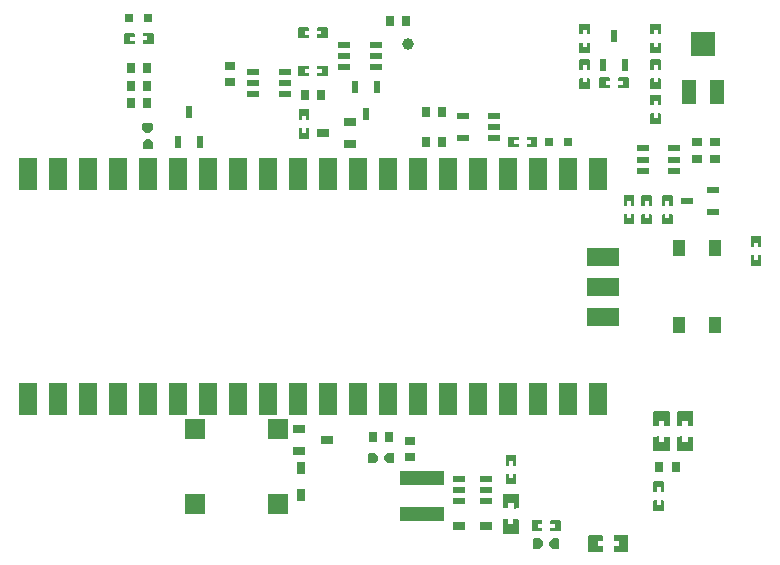
<source format=gtp>
G04 Layer: TopPasteMaskLayer*
G04 EasyEDA v6.5.44, 2024-08-29 13:08:05*
G04 16ae97f49be74552a1a67efb210d0a0d,9a5be75d700b4a6385dc1106f27949ae,10*
G04 Gerber Generator version 0.2*
G04 Scale: 100 percent, Rotated: No, Reflected: No *
G04 Dimensions in millimeters *
G04 leading zeros omitted , absolute positions ,4 integer and 5 decimal *
%FSLAX45Y45*%
%MOMM*%

%AMMACRO1*21,1,$1,$2,0,0,$3*%
%ADD10R,1.6810X1.6800*%
%ADD11R,1.0000X0.7500*%
%ADD12R,0.7500X1.0000*%
%ADD13R,3.7000X1.2000*%
%ADD14R,1.0000X0.8000*%
%ADD15R,1.3000X2.0000*%
%ADD16R,2.0000X2.0000*%
%ADD17R,1.1000X1.4000*%
%ADD18R,1.0000X0.6000*%
%ADD19R,0.6000X1.0700*%
%ADD20R,2.8000X1.6000*%
%ADD21R,1.6000X2.8000*%
%ADD22R,0.5320X1.0375*%
%ADD23MACRO1,0.532X1.0375X90.0000*%
%ADD24R,0.8000X0.8000*%
%ADD25R,0.8000X0.9000*%
%ADD26R,0.9000X0.8000*%
%ADD27R,1.1000X0.6000*%
%ADD28R,1.0720X0.5320*%
%ADD29C,1.0000*%
%ADD30C,0.0138*%

%LPD*%
G36*
X2535072Y-1000455D02*
G01*
X2530043Y-1005484D01*
X2530043Y-1085443D01*
X2535072Y-1090472D01*
X2557830Y-1090472D01*
X2557830Y-1053439D01*
X2590850Y-1053439D01*
X2590850Y-1090472D01*
X2615031Y-1090472D01*
X2620060Y-1085443D01*
X2620060Y-1005484D01*
X2615031Y-1000455D01*
G37*
G36*
X2535072Y-1160475D02*
G01*
X2530043Y-1165453D01*
X2530043Y-1244447D01*
X2535072Y-1249476D01*
X2615031Y-1249476D01*
X2620060Y-1244447D01*
X2620060Y-1165453D01*
X2615031Y-1160475D01*
X2590850Y-1160475D01*
X2590850Y-1198473D01*
X2557830Y-1198473D01*
X2557830Y-1160475D01*
G37*
G36*
X6360058Y-2075383D02*
G01*
X6355029Y-2080412D01*
X6355029Y-2160371D01*
X6360058Y-2165400D01*
X6382816Y-2165400D01*
X6382816Y-2128418D01*
X6415836Y-2128418D01*
X6415836Y-2165400D01*
X6440017Y-2165400D01*
X6445046Y-2160371D01*
X6445046Y-2080412D01*
X6440017Y-2075383D01*
G37*
G36*
X6360058Y-2235403D02*
G01*
X6355029Y-2240381D01*
X6355029Y-2319375D01*
X6360058Y-2324404D01*
X6440017Y-2324404D01*
X6445046Y-2319375D01*
X6445046Y-2240381D01*
X6440017Y-2235403D01*
X6415836Y-2235403D01*
X6415836Y-2273401D01*
X6382816Y-2273401D01*
X6382816Y-2235403D01*
G37*
G36*
X4305452Y-1230071D02*
G01*
X4300423Y-1235100D01*
X4300423Y-1315059D01*
X4305452Y-1320088D01*
X4385411Y-1320088D01*
X4390440Y-1315059D01*
X4390440Y-1292301D01*
X4353458Y-1292301D01*
X4353458Y-1259281D01*
X4390440Y-1259281D01*
X4390440Y-1235100D01*
X4385411Y-1230071D01*
G37*
G36*
X4465421Y-1230071D02*
G01*
X4460443Y-1235100D01*
X4460443Y-1259281D01*
X4498441Y-1259281D01*
X4498441Y-1292301D01*
X4460443Y-1292301D01*
X4460443Y-1315059D01*
X4465421Y-1320088D01*
X4544415Y-1320088D01*
X4549444Y-1315059D01*
X4549444Y-1235100D01*
X4544415Y-1230071D01*
G37*
G36*
X5609996Y-1725371D02*
G01*
X5604967Y-1730400D01*
X5604967Y-1810359D01*
X5609996Y-1815388D01*
X5632754Y-1815388D01*
X5632754Y-1778355D01*
X5665774Y-1778355D01*
X5665774Y-1815388D01*
X5689955Y-1815388D01*
X5694984Y-1810359D01*
X5694984Y-1730400D01*
X5689955Y-1725371D01*
G37*
G36*
X5609996Y-1885391D02*
G01*
X5604967Y-1890369D01*
X5604967Y-1969363D01*
X5609996Y-1974392D01*
X5689955Y-1974392D01*
X5694984Y-1969363D01*
X5694984Y-1890369D01*
X5689955Y-1885391D01*
X5665774Y-1885391D01*
X5665774Y-1923389D01*
X5632754Y-1923389D01*
X5632754Y-1885391D01*
G37*
G36*
X5509920Y-1034491D02*
G01*
X5504891Y-1039520D01*
X5504891Y-1119479D01*
X5509920Y-1124508D01*
X5589879Y-1124508D01*
X5594908Y-1119479D01*
X5594908Y-1039520D01*
X5589879Y-1034491D01*
X5567121Y-1034491D01*
X5567121Y-1071473D01*
X5534101Y-1071473D01*
X5534101Y-1034491D01*
G37*
G36*
X5509920Y-875487D02*
G01*
X5504891Y-880516D01*
X5504891Y-959510D01*
X5509920Y-964488D01*
X5534101Y-964488D01*
X5534101Y-926490D01*
X5567121Y-926490D01*
X5567121Y-964488D01*
X5589879Y-964488D01*
X5594908Y-959510D01*
X5594908Y-880516D01*
X5589879Y-875487D01*
G37*
G36*
X4664608Y-4480001D02*
G01*
X4659579Y-4485030D01*
X4659579Y-4507788D01*
X4696561Y-4507788D01*
X4696561Y-4540808D01*
X4659579Y-4540808D01*
X4659579Y-4564989D01*
X4664608Y-4570018D01*
X4744567Y-4570018D01*
X4749596Y-4564989D01*
X4749596Y-4485030D01*
X4744567Y-4480001D01*
G37*
G36*
X4505604Y-4480001D02*
G01*
X4500575Y-4485030D01*
X4500575Y-4564989D01*
X4505604Y-4570018D01*
X4584598Y-4570018D01*
X4589576Y-4564989D01*
X4589576Y-4540808D01*
X4551578Y-4540808D01*
X4551578Y-4507788D01*
X4589576Y-4507788D01*
X4589576Y-4485030D01*
X4584598Y-4480001D01*
G37*
G36*
X2530500Y-629869D02*
G01*
X2525471Y-634898D01*
X2525471Y-714857D01*
X2530500Y-719886D01*
X2610459Y-719886D01*
X2615488Y-714857D01*
X2615488Y-692099D01*
X2578506Y-692099D01*
X2578506Y-659079D01*
X2615488Y-659079D01*
X2615488Y-634898D01*
X2610459Y-629869D01*
G37*
G36*
X2690469Y-629869D02*
G01*
X2685491Y-634898D01*
X2685491Y-659079D01*
X2723489Y-659079D01*
X2723489Y-692099D01*
X2685491Y-692099D01*
X2685491Y-714857D01*
X2690469Y-719886D01*
X2769463Y-719886D01*
X2774492Y-714857D01*
X2774492Y-634898D01*
X2769463Y-629869D01*
G37*
G36*
X5509920Y-734517D02*
G01*
X5504891Y-739546D01*
X5504891Y-819505D01*
X5509920Y-824534D01*
X5589879Y-824534D01*
X5594908Y-819505D01*
X5594908Y-739546D01*
X5589879Y-734517D01*
X5567121Y-734517D01*
X5567121Y-771499D01*
X5534101Y-771499D01*
X5534101Y-734517D01*
G37*
G36*
X5509920Y-575513D02*
G01*
X5504891Y-580542D01*
X5504891Y-659536D01*
X5509920Y-664514D01*
X5534101Y-664514D01*
X5534101Y-626516D01*
X5567121Y-626516D01*
X5567121Y-664514D01*
X5589879Y-664514D01*
X5594908Y-659536D01*
X5594908Y-580542D01*
X5589879Y-575513D01*
G37*
G36*
X5239410Y-729945D02*
G01*
X5234381Y-734974D01*
X5234381Y-757732D01*
X5271363Y-757732D01*
X5271363Y-790752D01*
X5234381Y-790752D01*
X5234381Y-814933D01*
X5239410Y-819962D01*
X5319369Y-819962D01*
X5324398Y-814933D01*
X5324398Y-734974D01*
X5319369Y-729945D01*
G37*
G36*
X5080406Y-729945D02*
G01*
X5075377Y-734974D01*
X5075377Y-814933D01*
X5080406Y-819962D01*
X5159400Y-819962D01*
X5164378Y-814933D01*
X5164378Y-790752D01*
X5126380Y-790752D01*
X5126380Y-757732D01*
X5164378Y-757732D01*
X5164378Y-734974D01*
X5159400Y-729945D01*
G37*
G36*
X4909972Y-434543D02*
G01*
X4904943Y-439572D01*
X4904943Y-519531D01*
X4909972Y-524560D01*
X4989931Y-524560D01*
X4994960Y-519531D01*
X4994960Y-439572D01*
X4989931Y-434543D01*
X4967173Y-434543D01*
X4967173Y-471576D01*
X4934153Y-471576D01*
X4934153Y-434543D01*
G37*
G36*
X4909972Y-275539D02*
G01*
X4904943Y-280568D01*
X4904943Y-359562D01*
X4909972Y-364540D01*
X4934153Y-364540D01*
X4934153Y-326542D01*
X4967173Y-326542D01*
X4967173Y-364540D01*
X4989931Y-364540D01*
X4994960Y-359562D01*
X4994960Y-280568D01*
X4989931Y-275539D01*
G37*
G36*
X5434990Y-1725371D02*
G01*
X5429961Y-1730400D01*
X5429961Y-1810359D01*
X5434990Y-1815388D01*
X5457748Y-1815388D01*
X5457748Y-1778355D01*
X5490768Y-1778355D01*
X5490768Y-1815388D01*
X5514949Y-1815388D01*
X5519978Y-1810359D01*
X5519978Y-1730400D01*
X5514949Y-1725371D01*
G37*
G36*
X5434990Y-1885391D02*
G01*
X5429961Y-1890369D01*
X5429961Y-1969363D01*
X5434990Y-1974392D01*
X5514949Y-1974392D01*
X5519978Y-1969363D01*
X5519978Y-1890369D01*
X5514949Y-1885391D01*
X5490768Y-1885391D01*
X5490768Y-1923389D01*
X5457748Y-1923389D01*
X5457748Y-1885391D01*
G37*
G36*
X5509920Y-434543D02*
G01*
X5504891Y-439572D01*
X5504891Y-519531D01*
X5509920Y-524560D01*
X5589879Y-524560D01*
X5594908Y-519531D01*
X5594908Y-439572D01*
X5589879Y-434543D01*
X5567121Y-434543D01*
X5567121Y-471576D01*
X5534101Y-471576D01*
X5534101Y-434543D01*
G37*
G36*
X5509920Y-275539D02*
G01*
X5504891Y-280568D01*
X5504891Y-359562D01*
X5509920Y-364540D01*
X5534101Y-364540D01*
X5534101Y-326542D01*
X5567121Y-326542D01*
X5567121Y-364540D01*
X5589879Y-364540D01*
X5594908Y-359562D01*
X5594908Y-280568D01*
X5589879Y-275539D01*
G37*
G36*
X5285130Y-1884375D02*
G01*
X5280101Y-1889404D01*
X5280101Y-1969363D01*
X5285130Y-1974392D01*
X5365089Y-1974392D01*
X5370118Y-1969363D01*
X5370118Y-1889404D01*
X5365089Y-1884375D01*
X5342331Y-1884375D01*
X5342331Y-1921357D01*
X5309311Y-1921357D01*
X5309311Y-1884375D01*
G37*
G36*
X5285130Y-1725371D02*
G01*
X5280101Y-1730400D01*
X5280101Y-1809394D01*
X5285130Y-1814372D01*
X5309311Y-1814372D01*
X5309311Y-1776374D01*
X5342331Y-1776374D01*
X5342331Y-1814372D01*
X5365089Y-1814372D01*
X5370118Y-1809394D01*
X5370118Y-1730400D01*
X5365089Y-1725371D01*
G37*
G36*
X5535066Y-4309567D02*
G01*
X5530037Y-4314596D01*
X5530037Y-4394555D01*
X5535066Y-4399584D01*
X5615025Y-4399584D01*
X5620054Y-4394555D01*
X5620054Y-4314596D01*
X5615025Y-4309567D01*
X5592267Y-4309567D01*
X5592267Y-4346549D01*
X5559247Y-4346549D01*
X5559247Y-4309567D01*
G37*
G36*
X5535066Y-4150563D02*
G01*
X5530037Y-4155592D01*
X5530037Y-4234586D01*
X5535066Y-4239564D01*
X5559247Y-4239564D01*
X5559247Y-4201566D01*
X5592267Y-4201566D01*
X5592267Y-4239564D01*
X5615025Y-4239564D01*
X5620054Y-4234586D01*
X5620054Y-4155592D01*
X5615025Y-4150563D01*
G37*
G36*
X4909972Y-734517D02*
G01*
X4904943Y-739546D01*
X4904943Y-819505D01*
X4909972Y-824534D01*
X4989931Y-824534D01*
X4994960Y-819505D01*
X4994960Y-739546D01*
X4989931Y-734517D01*
X4967173Y-734517D01*
X4967173Y-771499D01*
X4934153Y-771499D01*
X4934153Y-734517D01*
G37*
G36*
X4909972Y-575513D02*
G01*
X4904943Y-580542D01*
X4904943Y-659536D01*
X4909972Y-664514D01*
X4934153Y-664514D01*
X4934153Y-626516D01*
X4967173Y-626516D01*
X4967173Y-664514D01*
X4989931Y-664514D01*
X4994960Y-659536D01*
X4994960Y-580542D01*
X4989931Y-575513D01*
G37*
G36*
X5535930Y-3554425D02*
G01*
X5530951Y-3559403D01*
X5530951Y-3674414D01*
X5535930Y-3679393D01*
X5577941Y-3678936D01*
X5577941Y-3634892D01*
X5622950Y-3634892D01*
X5622950Y-3679901D01*
X5663946Y-3679393D01*
X5668924Y-3674414D01*
X5668924Y-3559403D01*
X5663946Y-3554425D01*
G37*
G36*
X5576925Y-3769918D02*
G01*
X5535930Y-3770426D01*
X5530951Y-3775405D01*
X5530951Y-3890416D01*
X5535930Y-3895394D01*
X5663946Y-3895394D01*
X5668924Y-3890416D01*
X5668924Y-3775405D01*
X5663946Y-3770426D01*
X5621934Y-3770884D01*
X5621934Y-3814927D01*
X5576925Y-3814927D01*
G37*
G36*
X5200599Y-4605883D02*
G01*
X5195620Y-4610862D01*
X5196078Y-4652873D01*
X5240121Y-4652873D01*
X5240121Y-4697882D01*
X5195112Y-4697882D01*
X5195620Y-4738878D01*
X5200599Y-4743856D01*
X5315610Y-4743856D01*
X5320588Y-4738878D01*
X5320588Y-4610862D01*
X5315610Y-4605883D01*
G37*
G36*
X4984597Y-4605883D02*
G01*
X4979619Y-4610862D01*
X4979619Y-4738878D01*
X4984597Y-4743856D01*
X5099608Y-4743856D01*
X5104587Y-4738878D01*
X5104130Y-4696866D01*
X5060086Y-4696866D01*
X5060086Y-4651857D01*
X5105095Y-4651857D01*
X5104587Y-4610862D01*
X5099608Y-4605883D01*
G37*
G36*
X4261104Y-4254449D02*
G01*
X4256125Y-4259427D01*
X4256125Y-4374438D01*
X4261104Y-4379417D01*
X4303115Y-4378960D01*
X4303115Y-4334916D01*
X4348124Y-4334916D01*
X4348124Y-4379925D01*
X4389120Y-4379417D01*
X4394098Y-4374438D01*
X4394098Y-4259427D01*
X4389120Y-4254449D01*
G37*
G36*
X4302099Y-4469942D02*
G01*
X4261104Y-4470450D01*
X4256125Y-4475429D01*
X4256125Y-4590440D01*
X4261104Y-4595418D01*
X4389120Y-4595418D01*
X4394098Y-4590440D01*
X4394098Y-4475429D01*
X4389120Y-4470450D01*
X4347108Y-4470908D01*
X4347108Y-4514951D01*
X4302099Y-4514951D01*
G37*
G36*
X5736082Y-3554425D02*
G01*
X5731103Y-3559403D01*
X5731103Y-3674414D01*
X5736082Y-3679393D01*
X5778093Y-3678936D01*
X5778093Y-3634892D01*
X5823102Y-3634892D01*
X5823102Y-3679901D01*
X5864098Y-3679393D01*
X5869076Y-3674414D01*
X5869076Y-3559403D01*
X5864098Y-3554425D01*
G37*
G36*
X5777077Y-3769918D02*
G01*
X5736082Y-3770426D01*
X5731103Y-3775405D01*
X5731103Y-3890416D01*
X5736082Y-3895394D01*
X5864098Y-3895394D01*
X5869076Y-3890416D01*
X5869076Y-3775405D01*
X5864098Y-3770426D01*
X5822086Y-3770884D01*
X5822086Y-3814927D01*
X5777077Y-3814927D01*
G37*
G36*
X2689504Y-305003D02*
G01*
X2684475Y-310032D01*
X2684475Y-332790D01*
X2721508Y-332790D01*
X2721508Y-365810D01*
X2684475Y-365810D01*
X2684475Y-389991D01*
X2689504Y-395020D01*
X2769463Y-395020D01*
X2774492Y-389991D01*
X2774492Y-310032D01*
X2769463Y-305003D01*
G37*
G36*
X2530500Y-305003D02*
G01*
X2525471Y-310032D01*
X2525471Y-389991D01*
X2530500Y-395020D01*
X2610459Y-395020D01*
X2615488Y-389991D01*
X2615488Y-367233D01*
X2578506Y-367233D01*
X2578506Y-334213D01*
X2615488Y-334213D01*
X2615488Y-310032D01*
X2610459Y-305003D01*
G37*
G36*
X4285132Y-4084523D02*
G01*
X4280103Y-4089552D01*
X4280103Y-4169511D01*
X4285132Y-4174540D01*
X4365091Y-4174540D01*
X4370120Y-4169511D01*
X4370120Y-4089552D01*
X4365091Y-4084523D01*
X4342333Y-4084523D01*
X4342333Y-4121505D01*
X4309313Y-4121505D01*
X4309313Y-4084523D01*
G37*
G36*
X4285132Y-3925519D02*
G01*
X4280103Y-3930548D01*
X4280103Y-4010507D01*
X4285132Y-4015536D01*
X4307890Y-4015536D01*
X4307890Y-3978554D01*
X4340910Y-3978554D01*
X4340910Y-4015536D01*
X4365091Y-4015536D01*
X4370120Y-4010507D01*
X4370120Y-3930548D01*
X4365091Y-3925519D01*
G37*
G36*
X1055522Y-355041D02*
G01*
X1050493Y-360070D01*
X1050493Y-440029D01*
X1055522Y-445058D01*
X1135481Y-445058D01*
X1140510Y-440029D01*
X1140510Y-417271D01*
X1103528Y-417271D01*
X1103528Y-384251D01*
X1140510Y-384251D01*
X1140510Y-360070D01*
X1135481Y-355041D01*
G37*
G36*
X1214526Y-355041D02*
G01*
X1209497Y-360070D01*
X1209497Y-382828D01*
X1246479Y-382828D01*
X1246479Y-415848D01*
X1209497Y-415848D01*
X1209497Y-440029D01*
X1214526Y-445058D01*
X1294485Y-445058D01*
X1299514Y-440029D01*
X1299514Y-360070D01*
X1294485Y-355041D01*
G37*
G36*
X3277565Y-3907282D02*
G01*
X3250133Y-3936644D01*
X3250133Y-3964279D01*
X3277565Y-3993642D01*
X3327908Y-3993642D01*
X3334308Y-3987241D01*
X3334308Y-3913682D01*
X3327908Y-3907282D01*
G37*
G36*
X3120847Y-3908399D02*
G01*
X3114446Y-3914800D01*
X3114446Y-3988409D01*
X3120847Y-3994810D01*
X3171190Y-3994810D01*
X3198571Y-3965397D01*
X3198571Y-3937762D01*
X3171190Y-3908399D01*
G37*
G36*
X1235710Y-1250137D02*
G01*
X1206347Y-1277569D01*
X1206347Y-1327912D01*
X1212748Y-1334312D01*
X1286306Y-1334312D01*
X1292707Y-1327912D01*
X1292707Y-1277569D01*
X1263345Y-1250137D01*
G37*
G36*
X1211580Y-1114450D02*
G01*
X1205179Y-1120851D01*
X1205179Y-1171194D01*
X1234592Y-1198575D01*
X1262227Y-1198575D01*
X1291590Y-1171194D01*
X1291590Y-1120851D01*
X1285189Y-1114450D01*
G37*
G36*
X4677562Y-4632248D02*
G01*
X4650130Y-4661662D01*
X4650130Y-4689297D01*
X4677562Y-4718659D01*
X4727905Y-4718659D01*
X4734306Y-4712258D01*
X4734306Y-4638649D01*
X4727905Y-4632248D01*
G37*
G36*
X4520844Y-4633366D02*
G01*
X4514443Y-4639767D01*
X4514443Y-4713376D01*
X4520844Y-4719777D01*
X4571187Y-4719777D01*
X4598568Y-4690414D01*
X4598568Y-4662779D01*
X4571187Y-4633366D01*
G37*
D10*
G01*
X2349754Y-4339996D03*
G01*
X2349754Y-3710000D03*
G01*
X1650263Y-3710000D03*
G01*
X1650263Y-4339996D03*
D11*
G01*
X3882770Y-4525010D03*
G01*
X4117289Y-4525010D03*
D12*
G01*
X2549931Y-4267352D03*
G01*
X2549931Y-4032859D03*
D13*
G01*
X3575050Y-4424934D03*
G01*
X3575050Y-4125213D03*
D14*
G01*
X2965018Y-1104900D03*
G01*
X2735021Y-1199895D03*
G01*
X2965018Y-1294892D03*
G01*
X2534869Y-3895089D03*
G01*
X2764866Y-3800094D03*
G01*
X2534869Y-3705097D03*
D15*
G01*
X5832602Y-849985D03*
G01*
X6067602Y-849985D03*
D16*
G01*
X5950102Y-449986D03*
D17*
G01*
X6049924Y-2174875D03*
G01*
X6049924Y-2824886D03*
G01*
X5749925Y-2174875D03*
G01*
X5749925Y-2824886D03*
D18*
G01*
X3920058Y-1244879D03*
G01*
X3920058Y-1054887D03*
G01*
X4180077Y-1054887D03*
G01*
X4180077Y-1149883D03*
G01*
X4180077Y-1244879D03*
D19*
G01*
X1504975Y-1273606D03*
G01*
X1694942Y-1273606D03*
G01*
X1599971Y-1026617D03*
G01*
X5104917Y-623620D03*
G01*
X5294909Y-623620D03*
G01*
X5199888Y-376631D03*
D20*
G01*
X5100980Y-2246121D03*
G01*
X5100980Y-2500121D03*
G01*
X5100980Y-2754121D03*
D21*
G01*
X236981Y-1550136D03*
G01*
X490981Y-1550136D03*
G01*
X744981Y-1550136D03*
G01*
X998981Y-1550136D03*
G01*
X1252981Y-1550136D03*
G01*
X1506981Y-1550136D03*
G01*
X1760981Y-1550136D03*
G01*
X2014981Y-1550136D03*
G01*
X2268981Y-1550136D03*
G01*
X2522981Y-1550136D03*
G01*
X2776981Y-1550136D03*
G01*
X3030981Y-1550136D03*
G01*
X3284981Y-1550136D03*
G01*
X3538981Y-1550136D03*
G01*
X3792981Y-1550136D03*
G01*
X4046981Y-1550136D03*
G01*
X4300981Y-1550136D03*
G01*
X4554981Y-1550136D03*
G01*
X4808981Y-1550136D03*
G01*
X5062981Y-1550136D03*
G01*
X5062981Y-3450132D03*
G01*
X4808981Y-3450132D03*
G01*
X4554981Y-3450132D03*
G01*
X4300981Y-3450132D03*
G01*
X4046981Y-3450132D03*
G01*
X3792981Y-3450132D03*
G01*
X3538981Y-3450132D03*
G01*
X3284981Y-3450132D03*
G01*
X3030981Y-3450132D03*
G01*
X2776981Y-3450132D03*
G01*
X2522981Y-3450132D03*
G01*
X2268981Y-3450132D03*
G01*
X2014981Y-3450132D03*
G01*
X1760981Y-3450132D03*
G01*
X1506981Y-3450132D03*
G01*
X1252981Y-3450132D03*
G01*
X998981Y-3450132D03*
G01*
X744981Y-3450132D03*
G01*
X490981Y-3450132D03*
G01*
X236981Y-3450132D03*
D22*
G01*
X3195065Y-814933D03*
G01*
X3005074Y-814933D03*
G01*
X3100070Y-1035202D03*
D23*
G01*
X6035183Y-1869951D03*
G01*
X6035183Y-1679952D03*
G01*
X5814932Y-1774952D03*
D24*
G01*
X4645025Y-1274902D03*
G01*
X4804918Y-1274876D03*
G01*
X1255013Y-225094D03*
G01*
X1095120Y-225120D03*
D25*
G01*
X3299993Y-249986D03*
G01*
X3439972Y-249986D03*
G01*
X5579999Y-4024985D03*
G01*
X5719978Y-4024985D03*
D26*
G01*
X5899988Y-1419987D03*
G01*
X5899988Y-1280007D03*
D25*
G01*
X3745001Y-1275003D03*
G01*
X3604996Y-1275003D03*
D26*
G01*
X1950008Y-770001D03*
G01*
X1950008Y-629996D03*
D25*
G01*
X3604996Y-1024991D03*
G01*
X3745001Y-1024991D03*
D26*
G01*
X6050000Y-1419987D03*
G01*
X6050000Y-1280007D03*
D25*
G01*
X1245006Y-950010D03*
G01*
X1105001Y-950010D03*
G01*
X1245006Y-799998D03*
G01*
X1105001Y-799998D03*
D26*
G01*
X3474999Y-3945001D03*
G01*
X3474999Y-3804996D03*
D25*
G01*
X1105001Y-650011D03*
G01*
X1245006Y-650011D03*
G01*
X3154984Y-3774998D03*
G01*
X3294989Y-3774998D03*
D27*
G01*
X3185007Y-454990D03*
G01*
X3185007Y-550011D03*
G01*
X3185007Y-645007D03*
G01*
X2914980Y-645007D03*
G01*
X2914980Y-550011D03*
G01*
X2914980Y-454990D03*
G01*
X2410002Y-680008D03*
G01*
X2410002Y-775004D03*
G01*
X2410002Y-870000D03*
G01*
X2140000Y-870000D03*
G01*
X2140000Y-775004D03*
G01*
X2140000Y-680008D03*
G01*
X5439994Y-1519986D03*
G01*
X5439994Y-1424990D03*
G01*
X5439994Y-1329994D03*
G01*
X5709996Y-1329994D03*
G01*
X5709996Y-1424990D03*
G01*
X5709996Y-1519986D03*
D28*
G01*
X4114901Y-4319981D03*
G01*
X4114901Y-4224985D03*
G01*
X4114901Y-4129989D03*
G01*
X3885082Y-4129989D03*
G01*
X3885082Y-4224985D03*
G01*
X3885082Y-4319981D03*
D25*
G01*
X2580004Y-875004D03*
G01*
X2719984Y-875004D03*
D29*
G01*
X3450005Y-450011D03*
M02*

</source>
